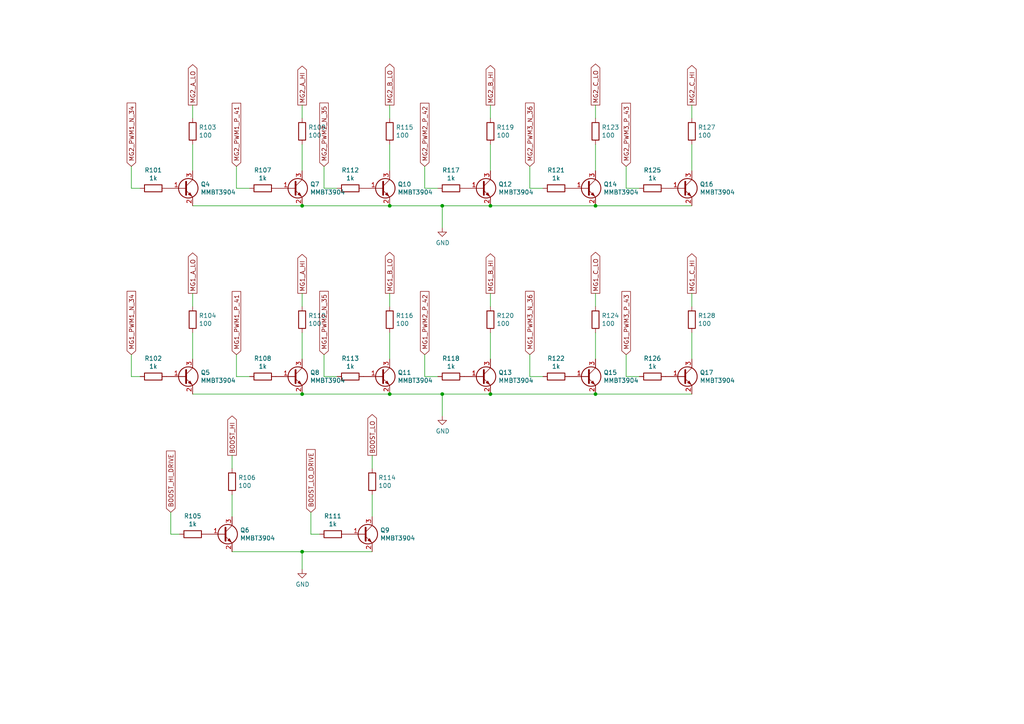
<source format=kicad_sch>
(kicad_sch (version 20211123) (generator eeschema)
  (paper "A4")
  (lib_symbols
    (symbol "auris-rescue:GND-power" (power) (pin_names (offset 0))
      (property "Value" "GND-power" (at 0 -3.81 0))
      (symbol "GND-power_0_1"
        (polyline (pts (xy 0 0) (xy 0 -1.27) (xy 1.27 -1.27) (xy 0 -2.54) (xy -1.27 -1.27) (xy 0 -1.27)))
      )
      (symbol "GND-power_1_1"
        (pin power_in line (at 0 0 270) (length 0) hide (name "GND") (number "1"))
      )
    )
    (symbol "auris-rescue:MMBT3904-Transistor_BJT" (pin_names (offset 0) hide)
      (property "Reference" "Q" (at 5.08 1.905 0))
      (property "Value" "MMBT3904-Transistor_BJT" (at 5.08 0 0))
      (symbol "MMBT3904-Transistor_BJT_0_1"
        (polyline (pts (xy 0.635 0.635) (xy 2.54 2.54)))
        (polyline (pts (xy 0.635 -0.635) (xy 2.54 -2.54) (xy 2.54 -2.54)))
        (polyline (pts (xy 0.635 1.905) (xy 0.635 -1.905) (xy 0.635 -1.905)) (stroke (width 0.508)))
        (polyline (pts (xy 1.27 -1.778) (xy 1.778 -1.27) (xy 2.286 -2.286) (xy 1.27 -1.778) (xy 1.27 -1.778)) (fill (type outline)))
        (circle (center 1.27 0) (radius 2.8194) (stroke (width 0.254)))
      )
      (symbol "MMBT3904-Transistor_BJT_1_1"
        (pin input line (at -5.08 0 0) (length 5.715) (name "B") (number "1"))
        (pin passive line (at 2.54 -5.08 90) (length 2.54) (name "E") (number "2"))
        (pin passive line (at 2.54 5.08 270) (length 2.54) (name "C") (number "3"))
      )
    )
    (symbol "auris-rescue:R-Device" (pin_numbers hide) (pin_names (offset 0))
      (property "Reference" "R" (at 2.032 0 90))
      (property "Value" "R-Device" (at 0 0 90))
      (symbol "R-Device_0_1"
        (rectangle (start -1.016 -2.54) (end 1.016 2.54) (stroke (width 0.254)))
      )
      (symbol "R-Device_1_1"
        (pin passive line (at 0 3.81 270) (length 1.27) (name "~") (number "1"))
        (pin passive line (at 0 -3.81 90) (length 1.27) (name "~") (number "2"))
      )
    )
  )
  (junction (at 128.27 59.69))
  (junction (at 142.24 59.69))
  (junction (at 128.27 114.3))
  (junction (at 87.63 59.69))
  (junction (at 142.24 114.3))
  (junction (at 172.72 114.3))
  (junction (at 87.63 160.02))
  (junction (at 172.72 59.69))
  (junction (at 113.03 59.69))
  (junction (at 113.03 114.3))
  (junction (at 87.63 114.3))
  (wire (pts (xy 185.42 54.61) (xy 181.61 54.61)))
  (wire (pts (xy 97.79 54.61) (xy 93.98 54.61)))
  (wire (pts (xy 172.72 114.3) (xy 200.66 114.3)))
  (wire (pts (xy 123.19 54.61) (xy 123.19 48.26)))
  (wire (pts (xy 72.39 54.61) (xy 68.58 54.61)))
  (wire (pts (xy 142.24 59.69) (xy 172.72 59.69)))
  (wire (pts (xy 128.27 59.69) (xy 128.27 66.04)))
  (wire (pts (xy 87.63 88.9) (xy 87.63 85.09)))
  (wire (pts (xy 93.98 54.61) (xy 93.98 48.26)))
  (wire (pts (xy 181.61 54.61) (xy 181.61 48.26)))
  (wire (pts (xy 172.72 34.29) (xy 172.72 30.48)))
  (wire (pts (xy 172.72 104.14) (xy 172.72 96.52)))
  (wire (pts (xy 107.95 149.86) (xy 107.95 143.51)))
  (wire (pts (xy 87.63 160.02) (xy 107.95 160.02)))
  (wire (pts (xy 113.03 104.14) (xy 113.03 96.52)))
  (wire (pts (xy 157.48 54.61) (xy 153.67 54.61)))
  (wire (pts (xy 113.03 114.3) (xy 128.27 114.3)))
  (wire (pts (xy 172.72 59.69) (xy 200.66 59.69)))
  (wire (pts (xy 38.1 109.22) (xy 38.1 102.87)))
  (wire (pts (xy 128.27 114.3) (xy 142.24 114.3)))
  (wire (pts (xy 49.53 154.94) (xy 49.53 148.59)))
  (wire (pts (xy 55.88 114.3) (xy 87.63 114.3)))
  (wire (pts (xy 113.03 59.69) (xy 128.27 59.69)))
  (wire (pts (xy 142.24 104.14) (xy 142.24 96.52)))
  (wire (pts (xy 142.24 114.3) (xy 172.72 114.3)))
  (wire (pts (xy 200.66 34.29) (xy 200.66 30.48)))
  (wire (pts (xy 68.58 54.61) (xy 68.58 48.26)))
  (wire (pts (xy 153.67 109.22) (xy 153.67 102.87)))
  (wire (pts (xy 55.88 34.29) (xy 55.88 30.48)))
  (wire (pts (xy 87.63 49.53) (xy 87.63 41.91)))
  (wire (pts (xy 181.61 109.22) (xy 181.61 102.87)))
  (wire (pts (xy 142.24 88.9) (xy 142.24 85.09)))
  (wire (pts (xy 128.27 59.69) (xy 142.24 59.69)))
  (wire (pts (xy 128.27 114.3) (xy 128.27 120.65)))
  (wire (pts (xy 123.19 109.22) (xy 123.19 102.87)))
  (wire (pts (xy 200.66 104.14) (xy 200.66 96.52)))
  (wire (pts (xy 55.88 88.9) (xy 55.88 85.09)))
  (wire (pts (xy 87.63 160.02) (xy 87.63 165.1)))
  (wire (pts (xy 68.58 109.22) (xy 68.58 102.87)))
  (wire (pts (xy 157.48 109.22) (xy 153.67 109.22)))
  (wire (pts (xy 185.42 109.22) (xy 181.61 109.22)))
  (wire (pts (xy 200.66 88.9) (xy 200.66 85.09)))
  (wire (pts (xy 67.31 135.89) (xy 67.31 132.08)))
  (wire (pts (xy 127 54.61) (xy 123.19 54.61)))
  (wire (pts (xy 55.88 59.69) (xy 87.63 59.69)))
  (wire (pts (xy 200.66 49.53) (xy 200.66 41.91)))
  (wire (pts (xy 40.64 109.22) (xy 38.1 109.22)))
  (wire (pts (xy 67.31 149.86) (xy 67.31 143.51)))
  (wire (pts (xy 107.95 135.89) (xy 107.95 132.08)))
  (wire (pts (xy 142.24 49.53) (xy 142.24 41.91)))
  (wire (pts (xy 52.07 154.94) (xy 49.53 154.94)))
  (wire (pts (xy 172.72 88.9) (xy 172.72 85.09)))
  (wire (pts (xy 92.71 154.94) (xy 90.17 154.94)))
  (wire (pts (xy 55.88 49.53) (xy 55.88 41.91)))
  (wire (pts (xy 93.98 109.22) (xy 93.98 102.87)))
  (wire (pts (xy 113.03 34.29) (xy 113.03 30.48)))
  (wire (pts (xy 55.88 104.14) (xy 55.88 96.52)))
  (wire (pts (xy 87.63 104.14) (xy 87.63 96.52)))
  (wire (pts (xy 87.63 114.3) (xy 113.03 114.3)))
  (wire (pts (xy 113.03 88.9) (xy 113.03 85.09)))
  (wire (pts (xy 40.64 54.61) (xy 38.1 54.61)))
  (wire (pts (xy 87.63 59.69) (xy 113.03 59.69)))
  (wire (pts (xy 127 109.22) (xy 123.19 109.22)))
  (wire (pts (xy 153.67 54.61) (xy 153.67 48.26)))
  (wire (pts (xy 172.72 49.53) (xy 172.72 41.91)))
  (wire (pts (xy 90.17 154.94) (xy 90.17 148.59)))
  (wire (pts (xy 38.1 54.61) (xy 38.1 48.26)))
  (wire (pts (xy 87.63 34.29) (xy 87.63 30.48)))
  (wire (pts (xy 72.39 109.22) (xy 68.58 109.22)))
  (wire (pts (xy 113.03 49.53) (xy 113.03 41.91)))
  (wire (pts (xy 142.24 34.29) (xy 142.24 30.48)))
  (wire (pts (xy 67.31 160.02) (xy 87.63 160.02)))
  (wire (pts (xy 97.79 109.22) (xy 93.98 109.22)))
  (global_label "MG2_PWM3_P_43" (shape input) (at 181.61 48.26 90) (property "Обозначения листов" "${INTERSHEET_REFS}" (effects hide)))
  (global_label "MG2_B_HI" (shape output) (at 142.24 30.48 90) (property "Обозначения листов" "${INTERSHEET_REFS}" (effects hide)))
  (global_label "MG1_PWM3_N_36" (shape input) (at 153.67 102.87 90) (property "Обозначения листов" "${INTERSHEET_REFS}" (effects hide)))
  (global_label "MG1_B_HI" (shape output) (at 142.24 85.09 90) (property "Обозначения листов" "${INTERSHEET_REFS}" (effects hide)))
  (global_label "MG1_A_HI" (shape output) (at 87.63 85.09 90) (property "Обозначения листов" "${INTERSHEET_REFS}" (effects hide)))
  (global_label "MG2_A_LO" (shape output) (at 55.88 30.48 90) (property "Обозначения листов" "${INTERSHEET_REFS}" (effects hide)))
  (global_label "MG2_PWM3_N_36" (shape input) (at 153.67 48.26 90) (property "Обозначения листов" "${INTERSHEET_REFS}" (effects hide)))
  (global_label "MG2_A_HI" (shape output) (at 87.63 30.48 90) (property "Обозначения листов" "${INTERSHEET_REFS}" (effects hide)))
  (global_label "MG1_PWM1_P_41" (shape input) (at 68.58 102.87 90) (property "Обозначения листов" "${INTERSHEET_REFS}" (effects hide)))
  (global_label "MG2_PWM1_N_34" (shape input) (at 38.1 48.26 90) (property "Обозначения листов" "${INTERSHEET_REFS}" (effects hide)))
  (global_label "BOOST_HI_DRIVE" (shape input) (at 49.53 148.59 90) (property "Обозначения листов" "${INTERSHEET_REFS}" (effects hide)))
  (global_label "MG2_C_LO" (shape output) (at 172.72 30.48 90) (property "Обозначения листов" "${INTERSHEET_REFS}" (effects hide)))
  (global_label "MG2_PWM2_P_42" (shape input) (at 123.19 48.26 90) (property "Обозначения листов" "${INTERSHEET_REFS}" (effects hide)))
  (global_label "MG1_PWM2_P_42" (shape input) (at 123.19 102.87 90) (property "Обозначения листов" "${INTERSHEET_REFS}" (effects hide)))
  (global_label "MG1_B_LO" (shape output) (at 113.03 85.09 90) (property "Обозначения листов" "${INTERSHEET_REFS}" (effects hide)))
  (global_label "MG2_C_HI" (shape output) (at 200.66 30.48 90) (property "Обозначения листов" "${INTERSHEET_REFS}" (effects hide)))
  (global_label "MG1_PWM1_N_34" (shape input) (at 38.1 102.87 90) (property "Обозначения листов" "${INTERSHEET_REFS}" (effects hide)))
  (global_label "BOOST_LO" (shape output) (at 107.95 132.08 90) (property "Обозначения листов" "${INTERSHEET_REFS}" (effects hide)))
  (global_label "MG2_PWM2_N_35" (shape input) (at 93.98 48.26 90) (property "Обозначения листов" "${INTERSHEET_REFS}" (effects hide)))
  (global_label "MG2_B_LO" (shape output) (at 113.03 30.48 90) (property "Обозначения листов" "${INTERSHEET_REFS}" (effects hide)))
  (global_label "MG1_PWM2_N_35" (shape input) (at 93.98 102.87 90) (property "Обозначения листов" "${INTERSHEET_REFS}" (effects hide)))
  (global_label "BOOST_LO_DRIVE" (shape input) (at 90.17 148.59 90) (property "Обозначения листов" "${INTERSHEET_REFS}" (effects hide)))
  (global_label "MG1_A_LO" (shape output) (at 55.88 85.09 90) (property "Обозначения листов" "${INTERSHEET_REFS}" (effects hide)))
  (global_label "MG1_C_LO" (shape output) (at 172.72 85.09 90) (property "Обозначения листов" "${INTERSHEET_REFS}" (effects hide)))
  (global_label "MG1_PWM3_P_43" (shape input) (at 181.61 102.87 90) (property "Обозначения листов" "${INTERSHEET_REFS}" (effects hide)))
  (global_label "BOOST_HI" (shape output) (at 67.31 132.08 90) (property "Обозначения листов" "${INTERSHEET_REFS}" (effects hide)))
  (global_label "MG1_C_HI" (shape output) (at 200.66 85.09 90) (property "Обозначения листов" "${INTERSHEET_REFS}" (effects hide)))
  (global_label "MG2_PWM1_P_41" (shape input) (at 68.58 48.26 90) (property "Обозначения листов" "${INTERSHEET_REFS}" (effects hide)))
  (symbol (lib_id "auris-rescue:MMBT3904-Transistor_BJT") (at 53.34 54.61 0) (unit 1)
    (property "Reference" "Q4" (at 58.1914 53.4416 0) (effects (justify left)))
    (property "Value" "MMBT3904" (at 58.1914 55.753 0) (effects (justify left)))
    (property "Footprint" "Package_TO_SOT_SMD:SOT-23" (effects hide))
    (property "Datasheet" "https://www.fairchildsemi.com/datasheets/2N/2N3904.pdf" (effects hide))
  )
  (symbol (lib_id "auris-rescue:MMBT3904-Transistor_BJT") (at 85.09 54.61 0) (unit 1)
    (property "Reference" "Q7" (at 89.9414 53.4416 0) (effects (justify left)))
    (property "Value" "MMBT3904" (at 89.9414 55.753 0) (effects (justify left)))
    (property "Footprint" "Package_TO_SOT_SMD:SOT-23" (effects hide))
    (property "Datasheet" "https://www.fairchildsemi.com/datasheets/2N/2N3904.pdf" (effects hide))
  )
  (symbol (lib_id "auris-rescue:MMBT3904-Transistor_BJT") (at 110.49 54.61 0) (unit 1)
    (property "Reference" "Q10" (at 115.3414 53.4416 0) (effects (justify left)))
    (property "Value" "MMBT3904" (at 115.3414 55.753 0) (effects (justify left)))
    (property "Footprint" "Package_TO_SOT_SMD:SOT-23" (effects hide))
    (property "Datasheet" "https://www.fairchildsemi.com/datasheets/2N/2N3904.pdf" (effects hide))
  )
  (symbol (lib_id "auris-rescue:MMBT3904-Transistor_BJT") (at 139.7 54.61 0) (unit 1)
    (property "Reference" "Q12" (at 144.5514 53.4416 0) (effects (justify left)))
    (property "Value" "MMBT3904" (at 144.5514 55.753 0) (effects (justify left)))
    (property "Footprint" "Package_TO_SOT_SMD:SOT-23" (effects hide))
    (property "Datasheet" "https://www.fairchildsemi.com/datasheets/2N/2N3904.pdf" (effects hide))
  )
  (symbol (lib_id "auris-rescue:MMBT3904-Transistor_BJT") (at 170.18 54.61 0) (unit 1)
    (property "Reference" "Q14" (at 175.0314 53.4416 0) (effects (justify left)))
    (property "Value" "MMBT3904" (at 175.0314 55.753 0) (effects (justify left)))
    (property "Footprint" "Package_TO_SOT_SMD:SOT-23" (effects hide))
    (property "Datasheet" "https://www.fairchildsemi.com/datasheets/2N/2N3904.pdf" (effects hide))
  )
  (symbol (lib_id "auris-rescue:MMBT3904-Transistor_BJT") (at 198.12 54.61 0) (unit 1)
    (property "Reference" "Q16" (at 202.9714 53.4416 0) (effects (justify left)))
    (property "Value" "MMBT3904" (at 202.9714 55.753 0) (effects (justify left)))
    (property "Footprint" "Package_TO_SOT_SMD:SOT-23" (effects hide))
    (property "Datasheet" "https://www.fairchildsemi.com/datasheets/2N/2N3904.pdf" (effects hide))
  )
  (symbol (lib_id "auris-rescue:MMBT3904-Transistor_BJT") (at 64.77 154.94 0) (unit 1)
    (property "Reference" "Q6" (at 69.6214 153.7716 0) (effects (justify left)))
    (property "Value" "MMBT3904" (at 69.6214 156.083 0) (effects (justify left)))
    (property "Footprint" "Package_TO_SOT_SMD:SOT-23" (effects hide))
    (property "Datasheet" "https://www.fairchildsemi.com/datasheets/2N/2N3904.pdf" (effects hide))
  )
  (symbol (lib_id "auris-rescue:MMBT3904-Transistor_BJT") (at 105.41 154.94 0) (unit 1)
    (property "Reference" "Q9" (at 110.2614 153.7716 0) (effects (justify left)))
    (property "Value" "MMBT3904" (at 110.2614 156.083 0) (effects (justify left)))
    (property "Footprint" "Package_TO_SOT_SMD:SOT-23" (effects hide))
    (property "Datasheet" "https://www.fairchildsemi.com/datasheets/2N/2N3904.pdf" (effects hide))
  )
  (symbol (lib_id "auris-rescue:GND-power") (at 128.27 66.04 0) (unit 1)
    (property "Reference" "#PWR0196" (effects hide))
    (property "Value" "GND" (at 128.397 70.4342 0))
  )
  (symbol (lib_id "auris-rescue:GND-power") (at 87.63 165.1 0) (unit 1)
    (property "Reference" "#PWR0197" (effects hide))
    (property "Value" "GND" (at 87.757 169.4942 0))
  )
  (symbol (lib_id "auris-rescue:R-Device") (at 44.45 54.61 270) (unit 1)
    (property "Reference" "R101" (at 44.45 49.3522 90))
    (property "Value" "1k" (at 44.45 51.6636 90))
    (property "Footprint" "Resistor_SMD:R_0805_2012Metric" (effects hide))
  )
  (symbol (lib_id "auris-rescue:R-Device") (at 76.2 54.61 270) (unit 1)
    (property "Reference" "R107" (at 76.2 49.3522 90))
    (property "Value" "1k" (at 76.2 51.6636 90))
    (property "Footprint" "Resistor_SMD:R_0805_2012Metric" (effects hide))
  )
  (symbol (lib_id "auris-rescue:R-Device") (at 101.6 54.61 270) (unit 1)
    (property "Reference" "R112" (at 101.6 49.3522 90))
    (property "Value" "1k" (at 101.6 51.6636 90))
    (property "Footprint" "Resistor_SMD:R_0805_2012Metric" (effects hide))
  )
  (symbol (lib_id "auris-rescue:R-Device") (at 130.81 54.61 270) (unit 1)
    (property "Reference" "R117" (at 130.81 49.3522 90))
    (property "Value" "1k" (at 130.81 51.6636 90))
    (property "Footprint" "Resistor_SMD:R_0805_2012Metric" (effects hide))
  )
  (symbol (lib_id "auris-rescue:R-Device") (at 161.29 54.61 270) (unit 1)
    (property "Reference" "R121" (at 161.29 49.3522 90))
    (property "Value" "1k" (at 161.29 51.6636 90))
    (property "Footprint" "Resistor_SMD:R_0805_2012Metric" (effects hide))
  )
  (symbol (lib_id "auris-rescue:R-Device") (at 189.23 54.61 270) (unit 1)
    (property "Reference" "R125" (at 189.23 49.3522 90))
    (property "Value" "1k" (at 189.23 51.6636 90))
    (property "Footprint" "Resistor_SMD:R_0805_2012Metric" (effects hide))
  )
  (symbol (lib_id "auris-rescue:R-Device") (at 55.88 38.1 0) (unit 1)
    (property "Reference" "R103" (at 57.658 36.9316 0) (effects (justify left)))
    (property "Value" "100" (at 57.658 39.243 0) (effects (justify left)))
    (property "Footprint" "Resistor_SMD:R_0805_2012Metric" (effects hide))
  )
  (symbol (lib_id "auris-rescue:R-Device") (at 87.63 38.1 0) (unit 1)
    (property "Reference" "R109" (at 89.408 36.9316 0) (effects (justify left)))
    (property "Value" "100" (at 89.408 39.243 0) (effects (justify left)))
    (property "Footprint" "Resistor_SMD:R_0805_2012Metric" (effects hide))
  )
  (symbol (lib_id "auris-rescue:R-Device") (at 113.03 38.1 0) (unit 1)
    (property "Reference" "R115" (at 114.808 36.9316 0) (effects (justify left)))
    (property "Value" "100" (at 114.808 39.243 0) (effects (justify left)))
    (property "Footprint" "Resistor_SMD:R_0805_2012Metric" (effects hide))
  )
  (symbol (lib_id "auris-rescue:R-Device") (at 142.24 38.1 0) (unit 1)
    (property "Reference" "R119" (at 144.018 36.9316 0) (effects (justify left)))
    (property "Value" "100" (at 144.018 39.243 0) (effects (justify left)))
    (property "Footprint" "Resistor_SMD:R_0805_2012Metric" (effects hide))
  )
  (symbol (lib_id "auris-rescue:R-Device") (at 172.72 38.1 0) (unit 1)
    (property "Reference" "R123" (at 174.498 36.9316 0) (effects (justify left)))
    (property "Value" "100" (at 174.498 39.243 0) (effects (justify left)))
    (property "Footprint" "Resistor_SMD:R_0805_2012Metric" (effects hide))
  )
  (symbol (lib_id "auris-rescue:R-Device") (at 200.66 38.1 0) (unit 1)
    (property "Reference" "R127" (at 202.438 36.9316 0) (effects (justify left)))
    (property "Value" "100" (at 202.438 39.243 0) (effects (justify left)))
    (property "Footprint" "Resistor_SMD:R_0805_2012Metric" (effects hide))
  )
  (symbol (lib_id "auris-rescue:R-Device") (at 55.88 154.94 90) (unit 1)
    (property "Reference" "R105" (at 55.88 149.6822 90))
    (property "Value" "1k" (at 55.88 151.9936 90))
    (property "Footprint" "Resistor_SMD:R_0805_2012Metric" (effects hide))
  )
  (symbol (lib_id "auris-rescue:R-Device") (at 96.52 154.94 90) (unit 1)
    (property "Reference" "R111" (at 96.52 149.6822 90))
    (property "Value" "1k" (at 96.52 151.9936 90))
    (property "Footprint" "Resistor_SMD:R_0805_2012Metric" (effects hide))
  )
  (symbol (lib_id "auris-rescue:R-Device") (at 67.31 139.7 0) (unit 1)
    (property "Reference" "R106" (at 69.088 138.5316 0) (effects (justify left)))
    (property "Value" "100" (at 69.088 140.843 0) (effects (justify left)))
    (property "Footprint" "Resistor_SMD:R_0805_2012Metric" (effects hide))
  )
  (symbol (lib_id "auris-rescue:R-Device") (at 107.95 139.7 0) (unit 1)
    (property "Reference" "R114" (at 109.728 138.5316 0) (effects (justify left)))
    (property "Value" "100" (at 109.728 140.843 0) (effects (justify left)))
    (property "Footprint" "Resistor_SMD:R_0805_2012Metric" (effects hide))
  )
  (symbol (lib_id "auris-rescue:MMBT3904-Transistor_BJT") (at 53.34 109.22 0) (unit 1)
    (property "Reference" "Q5" (at 58.1914 108.0516 0) (effects (justify left)))
    (property "Value" "MMBT3904" (at 58.1914 110.363 0) (effects (justify left)))
    (property "Footprint" "Package_TO_SOT_SMD:SOT-23" (effects hide))
    (property "Datasheet" "https://www.fairchildsemi.com/datasheets/2N/2N3904.pdf" (effects hide))
  )
  (symbol (lib_id "auris-rescue:MMBT3904-Transistor_BJT") (at 85.09 109.22 0) (unit 1)
    (property "Reference" "Q8" (at 89.9414 108.0516 0) (effects (justify left)))
    (property "Value" "MMBT3904" (at 89.9414 110.363 0) (effects (justify left)))
    (property "Footprint" "Package_TO_SOT_SMD:SOT-23" (effects hide))
    (property "Datasheet" "https://www.fairchildsemi.com/datasheets/2N/2N3904.pdf" (effects hide))
  )
  (symbol (lib_id "auris-rescue:MMBT3904-Transistor_BJT") (at 110.49 109.22 0) (unit 1)
    (property "Reference" "Q11" (at 115.3414 108.0516 0) (effects (justify left)))
    (property "Value" "MMBT3904" (at 115.3414 110.363 0) (effects (justify left)))
    (property "Footprint" "Package_TO_SOT_SMD:SOT-23" (effects hide))
    (property "Datasheet" "https://www.fairchildsemi.com/datasheets/2N/2N3904.pdf" (effects hide))
  )
  (symbol (lib_id "auris-rescue:MMBT3904-Transistor_BJT") (at 139.7 109.22 0) (unit 1)
    (property "Reference" "Q13" (at 144.5514 108.0516 0) (effects (justify left)))
    (property "Value" "MMBT3904" (at 144.5514 110.363 0) (effects (justify left)))
    (property "Footprint" "Package_TO_SOT_SMD:SOT-23" (effects hide))
    (property "Datasheet" "https://www.fairchildsemi.com/datasheets/2N/2N3904.pdf" (effects hide))
  )
  (symbol (lib_id "auris-rescue:MMBT3904-Transistor_BJT") (at 170.18 109.22 0) (unit 1)
    (property "Reference" "Q15" (at 175.0314 108.0516 0) (effects (justify left)))
    (property "Value" "MMBT3904" (at 175.0314 110.363 0) (effects (justify left)))
    (property "Footprint" "Package_TO_SOT_SMD:SOT-23" (effects hide))
    (property "Datasheet" "https://www.fairchildsemi.com/datasheets/2N/2N3904.pdf" (effects hide))
  )
  (symbol (lib_id "auris-rescue:MMBT3904-Transistor_BJT") (at 198.12 109.22 0) (unit 1)
    (property "Reference" "Q17" (at 202.9714 108.0516 0) (effects (justify left)))
    (property "Value" "MMBT3904" (at 202.9714 110.363 0) (effects (justify left)))
    (property "Footprint" "Package_TO_SOT_SMD:SOT-23" (effects hide))
    (property "Datasheet" "https://www.fairchildsemi.com/datasheets/2N/2N3904.pdf" (effects hide))
  )
  (symbol (lib_id "auris-rescue:GND-power") (at 128.27 120.65 0) (unit 1)
    (property "Reference" "#PWR0198" (effects hide))
    (property "Value" "GND" (at 128.397 125.0442 0))
  )
  (symbol (lib_id "auris-rescue:R-Device") (at 44.45 109.22 270) (unit 1)
    (property "Reference" "R102" (at 44.45 103.9622 90))
    (property "Value" "1k" (at 44.45 106.2736 90))
    (property "Footprint" "Resistor_SMD:R_0805_2012Metric" (effects hide))
  )
  (symbol (lib_id "auris-rescue:R-Device") (at 76.2 109.22 270) (unit 1)
    (property "Reference" "R108" (at 76.2 103.9622 90))
    (property "Value" "1k" (at 76.2 106.2736 90))
    (property "Footprint" "Resistor_SMD:R_0805_2012Metric" (effects hide))
  )
  (symbol (lib_id "auris-rescue:R-Device") (at 101.6 109.22 270) (unit 1)
    (property "Reference" "R113" (at 101.6 103.9622 90))
    (property "Value" "1k" (at 101.6 106.2736 90))
    (property "Footprint" "Resistor_SMD:R_0805_2012Metric" (effects hide))
  )
  (symbol (lib_id "auris-rescue:R-Device") (at 130.81 109.22 270) (unit 1)
    (property "Reference" "R118" (at 130.81 103.9622 90))
    (property "Value" "1k" (at 130.81 106.2736 90))
    (property "Footprint" "Resistor_SMD:R_0805_2012Metric" (effects hide))
  )
  (symbol (lib_id "auris-rescue:R-Device") (at 161.29 109.22 270) (unit 1)
    (property "Reference" "R122" (at 161.29 103.9622 90))
    (property "Value" "1k" (at 161.29 106.2736 90))
    (property "Footprint" "Resistor_SMD:R_0805_2012Metric" (effects hide))
  )
  (symbol (lib_id "auris-rescue:R-Device") (at 189.23 109.22 270) (unit 1)
    (property "Reference" "R126" (at 189.23 103.9622 90))
    (property "Value" "1k" (at 189.23 106.2736 90))
    (property "Footprint" "Resistor_SMD:R_0805_2012Metric" (effects hide))
  )
  (symbol (lib_id "auris-rescue:R-Device") (at 55.88 92.71 0) (unit 1)
    (property "Reference" "R104" (at 57.658 91.5416 0) (effects (justify left)))
    (property "Value" "100" (at 57.658 93.853 0) (effects (justify left)))
    (property "Footprint" "Resistor_SMD:R_0805_2012Metric" (effects hide))
  )
  (symbol (lib_id "auris-rescue:R-Device") (at 87.63 92.71 0) (unit 1)
    (property "Reference" "R110" (at 89.408 91.5416 0) (effects (justify left)))
    (property "Value" "100" (at 89.408 93.853 0) (effects (justify left)))
    (property "Footprint" "Resistor_SMD:R_0805_2012Metric" (effects hide))
  )
  (symbol (lib_id "auris-rescue:R-Device") (at 113.03 92.71 0) (unit 1)
    (property "Reference" "R116" (at 114.808 91.5416 0) (effects (justify left)))
    (property "Value" "100" (at 114.808 93.853 0) (effects (justify left)))
    (property "Footprint" "Resistor_SMD:R_0805_2012Metric" (effects hide))
  )
  (symbol (lib_id "auris-rescue:R-Device") (at 142.24 92.71 0) (unit 1)
    (property "Reference" "R120" (at 144.018 91.5416 0) (effects (justify left)))
    (property "Value" "100" (at 144.018 93.853 0) (effects (justify left)))
    (property "Footprint" "Resistor_SMD:R_0805_2012Metric" (effects hide))
  )
  (symbol (lib_id "auris-rescue:R-Device") (at 172.72 92.71 0) (unit 1)
    (property "Reference" "R124" (at 174.498 91.5416 0) (effects (justify left)))
    (property "Value" "100" (at 174.498 93.853 0) (effects (justify left)))
    (property "Footprint" "Resistor_SMD:R_0805_2012Metric" (effects hide))
  )
  (symbol (lib_id "auris-rescue:R-Device") (at 200.66 92.71 0) (unit 1)
    (property "Reference" "R128" (at 202.438 91.5416 0) (effects (justify left)))
    (property "Value" "100" (at 202.438 93.853 0) (effects (justify left)))
    (property "Footprint" "Resistor_SMD:R_0805_2012Metric" (effects hide))
  )
)
</source>
